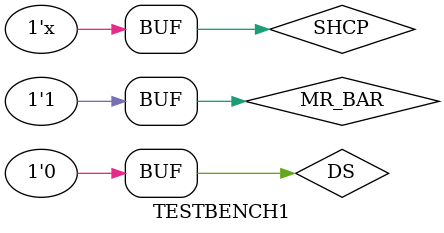
<source format=v>
`timescale 1ns / 1ps


module TESTBENCH1;

	// Inputs
	reg DS;
	reg SHCP;
	reg MR_BAR;

	// Outputs
	wire [7:0] Q;

	// Instantiate the Unit Under Test (UUT)
	serial_ip_serial_or_parallel_out_shift_reg uut (
		.DS(DS), 
		.SHCP(SHCP), 
		.MR_BAR(MR_BAR), 
		.Q(Q)
	);

	initial begin
		// Initialize Inputs
		DS = 0;
		SHCP = 0;
		MR_BAR = 1;

		// Wait 100 ns for global reset to finish
		#100;
		DS = 1;
        
		#100
		DS = 0;
		
		#100;
		DS = 1;
        
		#100
		DS = 0;
		
		#100;
		DS = 1;
        
		#100
		DS = 1;
		
		#100;
		DS = 1;
        
		#100
		DS = 0;
		
		#100;
		DS = 0;
        
		#100
		DS = 0;
			
	end
	always #50 SHCP = ~SHCP;
      
endmodule


</source>
